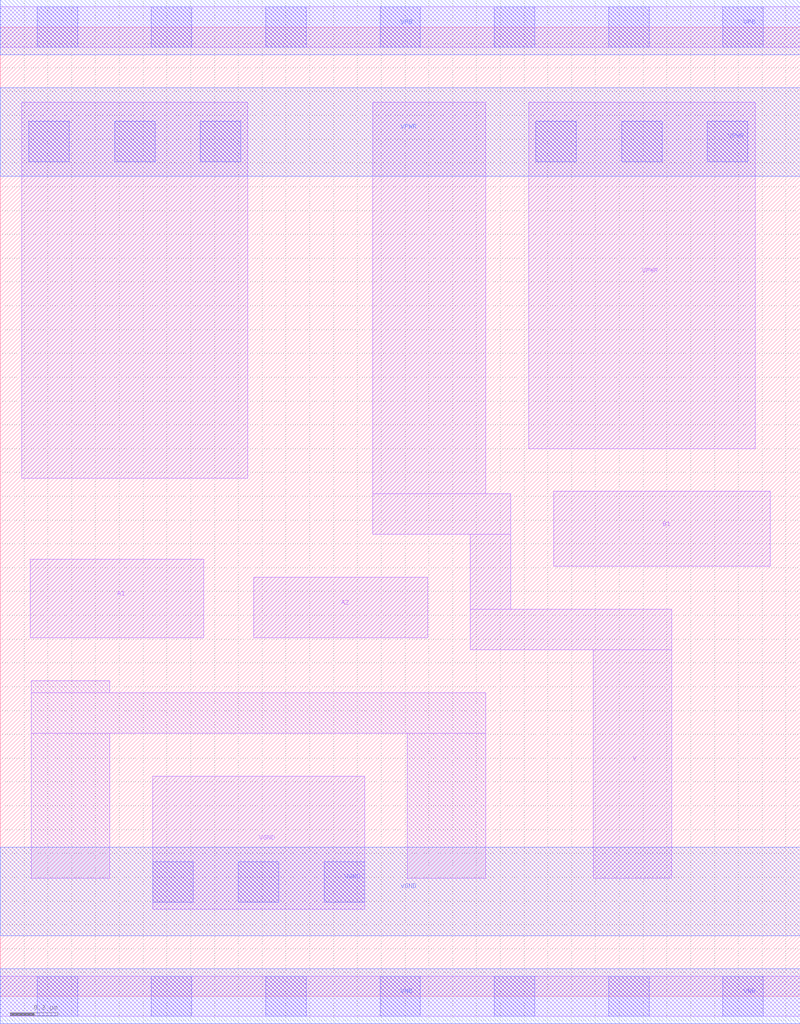
<source format=lef>
# Copyright 2020 The SkyWater PDK Authors
#
# Licensed under the Apache License, Version 2.0 (the "License");
# you may not use this file except in compliance with the License.
# You may obtain a copy of the License at
#
#     https://www.apache.org/licenses/LICENSE-2.0
#
# Unless required by applicable law or agreed to in writing, software
# distributed under the License is distributed on an "AS IS" BASIS,
# WITHOUT WARRANTIES OR CONDITIONS OF ANY KIND, either express or implied.
# See the License for the specific language governing permissions and
# limitations under the License.
#
# SPDX-License-Identifier: Apache-2.0

VERSION 5.7 ;
  NAMESCASESENSITIVE ON ;
  NOWIREEXTENSIONATPIN ON ;
  DIVIDERCHAR "/" ;
  BUSBITCHARS "[]" ;
UNITS
  DATABASE MICRONS 200 ;
END UNITS
MACRO sky130_fd_sc_hvl__o21ai_1
  CLASS CORE ;
  SOURCE USER ;
  FOREIGN sky130_fd_sc_hvl__o21ai_1 ;
  ORIGIN  0.000000  0.000000 ;
  SIZE  3.360000 BY  4.070000 ;
  SYMMETRY X Y ;
  SITE unithv ;
  PIN A1
    ANTENNAGATEAREA  1.125000 ;
    DIRECTION INPUT ;
    USE SIGNAL ;
    PORT
      LAYER li1 ;
        RECT 0.125000 1.505000 0.855000 1.835000 ;
    END
  END A1
  PIN A2
    ANTENNAGATEAREA  1.125000 ;
    DIRECTION INPUT ;
    USE SIGNAL ;
    PORT
      LAYER li1 ;
        RECT 1.065000 1.505000 1.795000 1.760000 ;
    END
  END A2
  PIN B1
    ANTENNAGATEAREA  1.125000 ;
    DIRECTION INPUT ;
    USE SIGNAL ;
    PORT
      LAYER li1 ;
        RECT 2.325000 1.805000 3.235000 2.120000 ;
    END
  END B1
  PIN Y
    ANTENNADIFFAREA  0.633750 ;
    DIRECTION OUTPUT ;
    USE SIGNAL ;
    PORT
      LAYER li1 ;
        RECT 1.565000 1.940000 2.145000 2.110000 ;
        RECT 1.565000 2.110000 2.040000 3.755000 ;
        RECT 1.975000 1.455000 2.820000 1.625000 ;
        RECT 1.975000 1.625000 2.145000 1.940000 ;
        RECT 2.490000 0.495000 2.820000 1.455000 ;
    END
  END Y
  PIN VGND
    DIRECTION INOUT ;
    USE GROUND ;
    PORT
      LAYER li1 ;
        RECT 0.640000 0.365000 1.530000 0.925000 ;
      LAYER mcon ;
        RECT 0.640000 0.395000 0.810000 0.565000 ;
        RECT 1.000000 0.395000 1.170000 0.565000 ;
        RECT 1.360000 0.395000 1.530000 0.565000 ;
      LAYER met1 ;
        RECT 0.000000 0.255000 3.360000 0.625000 ;
    END
  END VGND
  PIN VNB
    DIRECTION INOUT ;
    USE GROUND ;
    PORT
      LAYER li1 ;
        RECT 0.000000 -0.085000 3.360000 0.085000 ;
      LAYER mcon ;
        RECT 0.155000 -0.085000 0.325000 0.085000 ;
        RECT 0.635000 -0.085000 0.805000 0.085000 ;
        RECT 1.115000 -0.085000 1.285000 0.085000 ;
        RECT 1.595000 -0.085000 1.765000 0.085000 ;
        RECT 2.075000 -0.085000 2.245000 0.085000 ;
        RECT 2.555000 -0.085000 2.725000 0.085000 ;
        RECT 3.035000 -0.085000 3.205000 0.085000 ;
      LAYER met1 ;
        RECT 0.000000 -0.115000 3.360000 0.115000 ;
    END
  END VNB
  PIN VPB
    DIRECTION INOUT ;
    USE POWER ;
    PORT
      LAYER li1 ;
        RECT 0.000000 3.985000 3.360000 4.155000 ;
      LAYER mcon ;
        RECT 0.155000 3.985000 0.325000 4.155000 ;
        RECT 0.635000 3.985000 0.805000 4.155000 ;
        RECT 1.115000 3.985000 1.285000 4.155000 ;
        RECT 1.595000 3.985000 1.765000 4.155000 ;
        RECT 2.075000 3.985000 2.245000 4.155000 ;
        RECT 2.555000 3.985000 2.725000 4.155000 ;
        RECT 3.035000 3.985000 3.205000 4.155000 ;
      LAYER met1 ;
        RECT 0.000000 3.955000 3.360000 4.185000 ;
    END
  END VPB
  PIN VPWR
    DIRECTION INOUT ;
    USE POWER ;
    PORT
      LAYER li1 ;
        RECT 0.090000 2.175000 1.040000 3.755000 ;
        RECT 2.220000 2.300000 3.170000 3.755000 ;
      LAYER mcon ;
        RECT 0.120000 3.505000 0.290000 3.675000 ;
        RECT 0.480000 3.505000 0.650000 3.675000 ;
        RECT 0.840000 3.505000 1.010000 3.675000 ;
        RECT 2.250000 3.505000 2.420000 3.675000 ;
        RECT 2.610000 3.505000 2.780000 3.675000 ;
        RECT 2.970000 3.505000 3.140000 3.675000 ;
      LAYER met1 ;
        RECT 0.000000 3.445000 3.360000 3.815000 ;
    END
  END VPWR
  OBS
    LAYER li1 ;
      RECT 0.130000 0.495000 0.460000 1.105000 ;
      RECT 0.130000 1.105000 2.040000 1.275000 ;
      RECT 0.130000 1.275000 0.460000 1.325000 ;
      RECT 1.710000 0.495000 2.040000 1.105000 ;
  END
END sky130_fd_sc_hvl__o21ai_1

</source>
